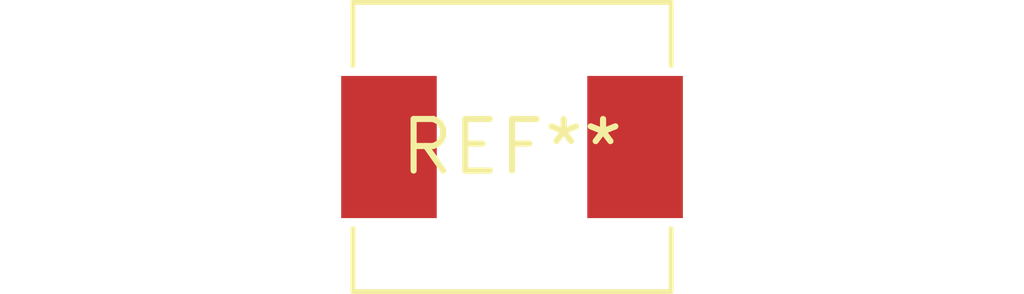
<source format=kicad_pcb>
(kicad_pcb (version 20240108) (generator pcbnew)
  (layers (0 "F.Cu" signal) (31 "B.Cu" signal) (34 "B.Paste" user) (35 "F.Paste" user) (36 "B.SilkS" user "B.Silkscreen") (37 "F.SilkS" user "F.Silkscreen") (38 "B.Mask" user) (39 "F.Mask" user) (44 "Edge.Cuts" user))
  (net 0 "")
  (footprint "L_Chilisin_BMRB00060618" (layer "F.Cu") (at 0 0)
    (property "Reference" "REF**")
    (property "Value" "L_Chilisin_BMRB00060618")
    (fp_line (start -3.91 -3.56) (end -3.91 -2.01) (layer "F.SilkS") (stroke (width 0.12)))
    (fp_line (start -3.91 -3.56) (end 3.91 -3.56) (layer "F.SilkS") (stroke (width 0.12)))
    (fp_line (start -3.91 3.56) (end -3.91 2.01) (layer "F.SilkS") (stroke (width 0.12)))
    (fp_line (start -3.91 3.56) (end 3.91 3.56) (layer "F.SilkS") (stroke (width 0.12)))
    (fp_line (start 3.91 -3.56) (end 3.91 -2.01) (layer "F.SilkS") (stroke (width 0.12)))
    (fp_line (start 3.91 3.56) (end 3.91 2.01) (layer "F.SilkS") (stroke (width 0.12)))
    (pad "1" smd rect (at -3.025 0) (size 2.35 3.5) (layers "F.Cu" "F.Paste" "F.Mask"))
    (pad "2" smd rect (at 3.025 0) (size 2.35 3.5) (layers "F.Cu" "F.Paste" "F.Mask"))
  )
)
</source>
